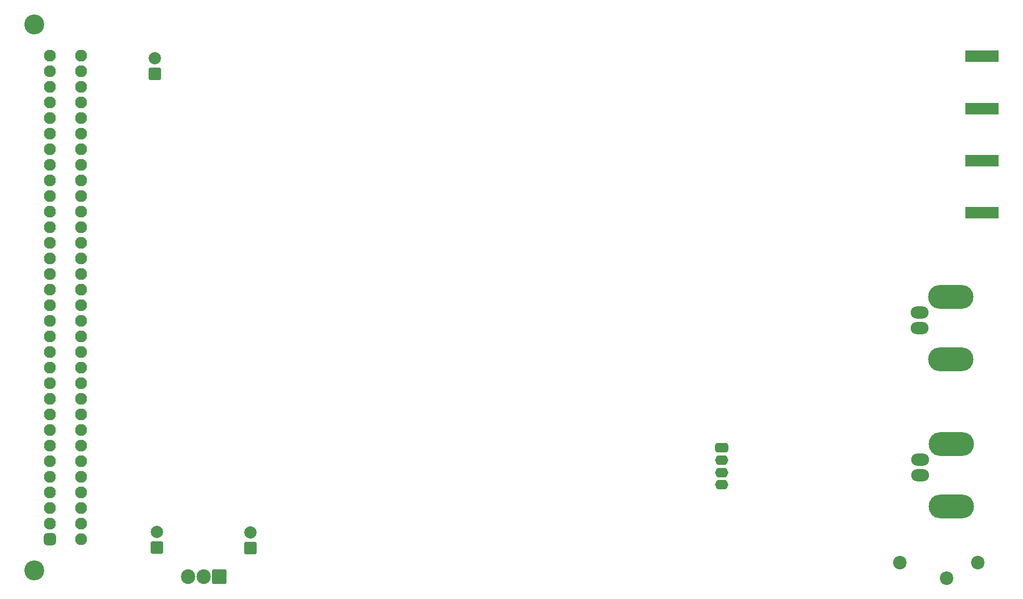
<source format=gbr>
G04 #@! TF.GenerationSoftware,KiCad,Pcbnew,(6.0.7)*
G04 #@! TF.CreationDate,2023-03-22T22:30:53+01:00*
G04 #@! TF.ProjectId,phase-frequency_detector,70686173-652d-4667-9265-7175656e6379,1.4.1*
G04 #@! TF.SameCoordinates,Original*
G04 #@! TF.FileFunction,Soldermask,Bot*
G04 #@! TF.FilePolarity,Negative*
%FSLAX46Y46*%
G04 Gerber Fmt 4.6, Leading zero omitted, Abs format (unit mm)*
G04 Created by KiCad (PCBNEW (6.0.7)) date 2023-03-22 22:30:53*
%MOMM*%
%LPD*%
G01*
G04 APERTURE LIST*
G04 Aperture macros list*
%AMRoundRect*
0 Rectangle with rounded corners*
0 $1 Rounding radius*
0 $2 $3 $4 $5 $6 $7 $8 $9 X,Y pos of 4 corners*
0 Add a 4 corners polygon primitive as box body*
4,1,4,$2,$3,$4,$5,$6,$7,$8,$9,$2,$3,0*
0 Add four circle primitives for the rounded corners*
1,1,$1+$1,$2,$3*
1,1,$1+$1,$4,$5*
1,1,$1+$1,$6,$7*
1,1,$1+$1,$8,$9*
0 Add four rect primitives between the rounded corners*
20,1,$1+$1,$2,$3,$4,$5,0*
20,1,$1+$1,$4,$5,$6,$7,0*
20,1,$1+$1,$6,$7,$8,$9,0*
20,1,$1+$1,$8,$9,$2,$3,0*%
G04 Aperture macros list end*
%ADD10C,2.200000*%
%ADD11RoundRect,0.200000X0.800000X-0.800000X0.800000X0.800000X-0.800000X0.800000X-0.800000X-0.800000X0*%
%ADD12C,2.000000*%
%ADD13C,3.250000*%
%ADD14RoundRect,0.449999X0.525001X-0.525001X0.525001X0.525001X-0.525001X0.525001X-0.525001X-0.525001X0*%
%ADD15C,1.950000*%
%ADD16RoundRect,0.200000X0.952500X1.000000X-0.952500X1.000000X-0.952500X-1.000000X0.952500X-1.000000X0*%
%ADD17O,2.305000X2.400000*%
%ADD18RoundRect,0.200000X2.540000X-0.750000X2.540000X0.750000X-2.540000X0.750000X-2.540000X-0.750000X0*%
%ADD19O,2.900000X2.000000*%
%ADD20O,7.400000X3.900000*%
%ADD21RoundRect,0.450000X-0.625000X0.350000X-0.625000X-0.350000X0.625000X-0.350000X0.625000X0.350000X0*%
%ADD22O,2.150000X1.600000*%
G04 APERTURE END LIST*
D10*
X213925000Y-143160000D03*
X221545000Y-145700000D03*
X226625000Y-143160000D03*
D11*
X108100000Y-140800000D03*
D12*
X108100000Y-138300000D03*
D11*
X92800000Y-140700000D03*
D12*
X92800000Y-138200000D03*
D13*
X72860000Y-144450000D03*
X72860000Y-55550000D03*
D14*
X75400000Y-139370000D03*
D15*
X75400000Y-136830000D03*
X75400000Y-134290000D03*
X75400000Y-131750000D03*
X75400000Y-129210000D03*
X75400000Y-126670000D03*
X75400000Y-124130000D03*
X75400000Y-121590000D03*
X75400000Y-119050000D03*
X75400000Y-116510000D03*
X75400000Y-113970000D03*
X75400000Y-111430000D03*
X75400000Y-108890000D03*
X75400000Y-106350000D03*
X75400000Y-103810000D03*
X75400000Y-101270000D03*
X75400000Y-98730000D03*
X75400000Y-96190000D03*
X75400000Y-93650000D03*
X75400000Y-91110000D03*
X75400000Y-88570000D03*
X75400000Y-86030000D03*
X75400000Y-83490000D03*
X75400000Y-80950000D03*
X75400000Y-78410000D03*
X75400000Y-75870000D03*
X75400000Y-73330000D03*
X75400000Y-70790000D03*
X75400000Y-68250000D03*
X75400000Y-65710000D03*
X75400000Y-63170000D03*
X75400000Y-60630000D03*
X80480000Y-139370000D03*
X80480000Y-136830000D03*
X80480000Y-134290000D03*
X80480000Y-131750000D03*
X80480000Y-129210000D03*
X80480000Y-126670000D03*
X80480000Y-124130000D03*
X80480000Y-121590000D03*
X80480000Y-119050000D03*
X80480000Y-116510000D03*
X80480000Y-113970000D03*
X80480000Y-111430000D03*
X80480000Y-108890000D03*
X80480000Y-106350000D03*
X80480000Y-103810000D03*
X80480000Y-101270000D03*
X80480000Y-98730000D03*
X80480000Y-96190000D03*
X80480000Y-93650000D03*
X80480000Y-91110000D03*
X80480000Y-88570000D03*
X80480000Y-86030000D03*
X80480000Y-83490000D03*
X80480000Y-80950000D03*
X80480000Y-78410000D03*
X80480000Y-75870000D03*
X80480000Y-73330000D03*
X80480000Y-70790000D03*
X80480000Y-68250000D03*
X80480000Y-65710000D03*
X80480000Y-63170000D03*
X80480000Y-60630000D03*
D16*
X103000000Y-145500000D03*
D17*
X100460000Y-145500000D03*
X97920000Y-145500000D03*
D11*
X92500000Y-63600000D03*
D12*
X92500000Y-61100000D03*
D18*
X227300000Y-86250000D03*
X227300000Y-77750000D03*
X227300000Y-69250000D03*
X227300000Y-60750000D03*
D19*
X217100000Y-105000000D03*
D20*
X222180000Y-99920000D03*
D19*
X217100000Y-102460000D03*
D20*
X222180000Y-110080000D03*
D19*
X217200000Y-129000000D03*
D20*
X222280000Y-134080000D03*
X222280000Y-123920000D03*
D19*
X217200000Y-126460000D03*
D21*
X184848500Y-124523500D03*
D22*
X184848500Y-126523500D03*
X184848500Y-128523500D03*
X184848500Y-130523500D03*
M02*

</source>
